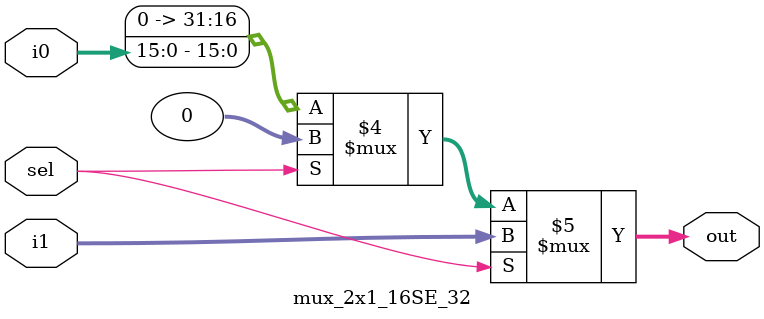
<source format=v>
`timescale 1ns / 1ps



module mux_2x1_16SE_32( sel, i0, i1, out );
    
	 input sel;
	 input [15:0] i0;
	 input [31:0] i1;
	 output [31:0] out;
	 
	 assign out = 
		
		sel == 1 ? i1 :
		sel == 0 ? i0 :
		0;
		
		
	 


endmodule

</source>
